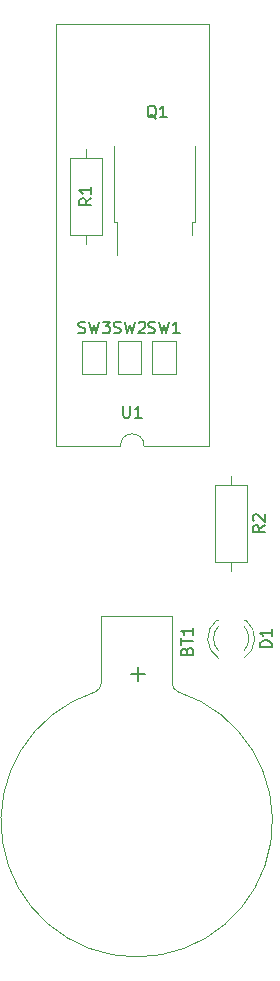
<source format=gbr>
%TF.GenerationSoftware,KiCad,Pcbnew,7.0.8*%
%TF.CreationDate,2023-10-22T16:51:36+09:00*%
%TF.ProjectId,radicon-client,72616469-636f-46e2-9d63-6c69656e742e,rev?*%
%TF.SameCoordinates,Original*%
%TF.FileFunction,Legend,Top*%
%TF.FilePolarity,Positive*%
%FSLAX46Y46*%
G04 Gerber Fmt 4.6, Leading zero omitted, Abs format (unit mm)*
G04 Created by KiCad (PCBNEW 7.0.8) date 2023-10-22 16:51:36*
%MOMM*%
%LPD*%
G01*
G04 APERTURE LIST*
%ADD10C,0.150000*%
%ADD11C,0.120000*%
G04 APERTURE END LIST*
D10*
X139066667Y-89857200D02*
X139209524Y-89904819D01*
X139209524Y-89904819D02*
X139447619Y-89904819D01*
X139447619Y-89904819D02*
X139542857Y-89857200D01*
X139542857Y-89857200D02*
X139590476Y-89809580D01*
X139590476Y-89809580D02*
X139638095Y-89714342D01*
X139638095Y-89714342D02*
X139638095Y-89619104D01*
X139638095Y-89619104D02*
X139590476Y-89523866D01*
X139590476Y-89523866D02*
X139542857Y-89476247D01*
X139542857Y-89476247D02*
X139447619Y-89428628D01*
X139447619Y-89428628D02*
X139257143Y-89381009D01*
X139257143Y-89381009D02*
X139161905Y-89333390D01*
X139161905Y-89333390D02*
X139114286Y-89285771D01*
X139114286Y-89285771D02*
X139066667Y-89190533D01*
X139066667Y-89190533D02*
X139066667Y-89095295D01*
X139066667Y-89095295D02*
X139114286Y-89000057D01*
X139114286Y-89000057D02*
X139161905Y-88952438D01*
X139161905Y-88952438D02*
X139257143Y-88904819D01*
X139257143Y-88904819D02*
X139495238Y-88904819D01*
X139495238Y-88904819D02*
X139638095Y-88952438D01*
X139971429Y-88904819D02*
X140209524Y-89904819D01*
X140209524Y-89904819D02*
X140400000Y-89190533D01*
X140400000Y-89190533D02*
X140590476Y-89904819D01*
X140590476Y-89904819D02*
X140828572Y-88904819D01*
X141114286Y-88904819D02*
X141733333Y-88904819D01*
X141733333Y-88904819D02*
X141400000Y-89285771D01*
X141400000Y-89285771D02*
X141542857Y-89285771D01*
X141542857Y-89285771D02*
X141638095Y-89333390D01*
X141638095Y-89333390D02*
X141685714Y-89381009D01*
X141685714Y-89381009D02*
X141733333Y-89476247D01*
X141733333Y-89476247D02*
X141733333Y-89714342D01*
X141733333Y-89714342D02*
X141685714Y-89809580D01*
X141685714Y-89809580D02*
X141638095Y-89857200D01*
X141638095Y-89857200D02*
X141542857Y-89904819D01*
X141542857Y-89904819D02*
X141257143Y-89904819D01*
X141257143Y-89904819D02*
X141161905Y-89857200D01*
X141161905Y-89857200D02*
X141114286Y-89809580D01*
X142066667Y-89857200D02*
X142209524Y-89904819D01*
X142209524Y-89904819D02*
X142447619Y-89904819D01*
X142447619Y-89904819D02*
X142542857Y-89857200D01*
X142542857Y-89857200D02*
X142590476Y-89809580D01*
X142590476Y-89809580D02*
X142638095Y-89714342D01*
X142638095Y-89714342D02*
X142638095Y-89619104D01*
X142638095Y-89619104D02*
X142590476Y-89523866D01*
X142590476Y-89523866D02*
X142542857Y-89476247D01*
X142542857Y-89476247D02*
X142447619Y-89428628D01*
X142447619Y-89428628D02*
X142257143Y-89381009D01*
X142257143Y-89381009D02*
X142161905Y-89333390D01*
X142161905Y-89333390D02*
X142114286Y-89285771D01*
X142114286Y-89285771D02*
X142066667Y-89190533D01*
X142066667Y-89190533D02*
X142066667Y-89095295D01*
X142066667Y-89095295D02*
X142114286Y-89000057D01*
X142114286Y-89000057D02*
X142161905Y-88952438D01*
X142161905Y-88952438D02*
X142257143Y-88904819D01*
X142257143Y-88904819D02*
X142495238Y-88904819D01*
X142495238Y-88904819D02*
X142638095Y-88952438D01*
X142971429Y-88904819D02*
X143209524Y-89904819D01*
X143209524Y-89904819D02*
X143400000Y-89190533D01*
X143400000Y-89190533D02*
X143590476Y-89904819D01*
X143590476Y-89904819D02*
X143828572Y-88904819D01*
X144161905Y-89000057D02*
X144209524Y-88952438D01*
X144209524Y-88952438D02*
X144304762Y-88904819D01*
X144304762Y-88904819D02*
X144542857Y-88904819D01*
X144542857Y-88904819D02*
X144638095Y-88952438D01*
X144638095Y-88952438D02*
X144685714Y-89000057D01*
X144685714Y-89000057D02*
X144733333Y-89095295D01*
X144733333Y-89095295D02*
X144733333Y-89190533D01*
X144733333Y-89190533D02*
X144685714Y-89333390D01*
X144685714Y-89333390D02*
X144114286Y-89904819D01*
X144114286Y-89904819D02*
X144733333Y-89904819D01*
X144966667Y-89857200D02*
X145109524Y-89904819D01*
X145109524Y-89904819D02*
X145347619Y-89904819D01*
X145347619Y-89904819D02*
X145442857Y-89857200D01*
X145442857Y-89857200D02*
X145490476Y-89809580D01*
X145490476Y-89809580D02*
X145538095Y-89714342D01*
X145538095Y-89714342D02*
X145538095Y-89619104D01*
X145538095Y-89619104D02*
X145490476Y-89523866D01*
X145490476Y-89523866D02*
X145442857Y-89476247D01*
X145442857Y-89476247D02*
X145347619Y-89428628D01*
X145347619Y-89428628D02*
X145157143Y-89381009D01*
X145157143Y-89381009D02*
X145061905Y-89333390D01*
X145061905Y-89333390D02*
X145014286Y-89285771D01*
X145014286Y-89285771D02*
X144966667Y-89190533D01*
X144966667Y-89190533D02*
X144966667Y-89095295D01*
X144966667Y-89095295D02*
X145014286Y-89000057D01*
X145014286Y-89000057D02*
X145061905Y-88952438D01*
X145061905Y-88952438D02*
X145157143Y-88904819D01*
X145157143Y-88904819D02*
X145395238Y-88904819D01*
X145395238Y-88904819D02*
X145538095Y-88952438D01*
X145871429Y-88904819D02*
X146109524Y-89904819D01*
X146109524Y-89904819D02*
X146300000Y-89190533D01*
X146300000Y-89190533D02*
X146490476Y-89904819D01*
X146490476Y-89904819D02*
X146728572Y-88904819D01*
X147633333Y-89904819D02*
X147061905Y-89904819D01*
X147347619Y-89904819D02*
X147347619Y-88904819D01*
X147347619Y-88904819D02*
X147252381Y-89047676D01*
X147252381Y-89047676D02*
X147157143Y-89142914D01*
X147157143Y-89142914D02*
X147061905Y-89190533D01*
X154824819Y-106166666D02*
X154348628Y-106499999D01*
X154824819Y-106738094D02*
X153824819Y-106738094D01*
X153824819Y-106738094D02*
X153824819Y-106357142D01*
X153824819Y-106357142D02*
X153872438Y-106261904D01*
X153872438Y-106261904D02*
X153920057Y-106214285D01*
X153920057Y-106214285D02*
X154015295Y-106166666D01*
X154015295Y-106166666D02*
X154158152Y-106166666D01*
X154158152Y-106166666D02*
X154253390Y-106214285D01*
X154253390Y-106214285D02*
X154301009Y-106261904D01*
X154301009Y-106261904D02*
X154348628Y-106357142D01*
X154348628Y-106357142D02*
X154348628Y-106738094D01*
X153920057Y-105785713D02*
X153872438Y-105738094D01*
X153872438Y-105738094D02*
X153824819Y-105642856D01*
X153824819Y-105642856D02*
X153824819Y-105404761D01*
X153824819Y-105404761D02*
X153872438Y-105309523D01*
X153872438Y-105309523D02*
X153920057Y-105261904D01*
X153920057Y-105261904D02*
X154015295Y-105214285D01*
X154015295Y-105214285D02*
X154110533Y-105214285D01*
X154110533Y-105214285D02*
X154253390Y-105261904D01*
X154253390Y-105261904D02*
X154824819Y-105833332D01*
X154824819Y-105833332D02*
X154824819Y-105214285D01*
X155414819Y-116468094D02*
X154414819Y-116468094D01*
X154414819Y-116468094D02*
X154414819Y-116229999D01*
X154414819Y-116229999D02*
X154462438Y-116087142D01*
X154462438Y-116087142D02*
X154557676Y-115991904D01*
X154557676Y-115991904D02*
X154652914Y-115944285D01*
X154652914Y-115944285D02*
X154843390Y-115896666D01*
X154843390Y-115896666D02*
X154986247Y-115896666D01*
X154986247Y-115896666D02*
X155176723Y-115944285D01*
X155176723Y-115944285D02*
X155271961Y-115991904D01*
X155271961Y-115991904D02*
X155367200Y-116087142D01*
X155367200Y-116087142D02*
X155414819Y-116229999D01*
X155414819Y-116229999D02*
X155414819Y-116468094D01*
X155414819Y-114944285D02*
X155414819Y-115515713D01*
X155414819Y-115229999D02*
X154414819Y-115229999D01*
X154414819Y-115229999D02*
X154557676Y-115325237D01*
X154557676Y-115325237D02*
X154652914Y-115420475D01*
X154652914Y-115420475D02*
X154700533Y-115515713D01*
X145644761Y-71710057D02*
X145549523Y-71662438D01*
X145549523Y-71662438D02*
X145454285Y-71567200D01*
X145454285Y-71567200D02*
X145311428Y-71424342D01*
X145311428Y-71424342D02*
X145216190Y-71376723D01*
X145216190Y-71376723D02*
X145120952Y-71376723D01*
X145168571Y-71614819D02*
X145073333Y-71567200D01*
X145073333Y-71567200D02*
X144978095Y-71471961D01*
X144978095Y-71471961D02*
X144930476Y-71281485D01*
X144930476Y-71281485D02*
X144930476Y-70948152D01*
X144930476Y-70948152D02*
X144978095Y-70757676D01*
X144978095Y-70757676D02*
X145073333Y-70662438D01*
X145073333Y-70662438D02*
X145168571Y-70614819D01*
X145168571Y-70614819D02*
X145359047Y-70614819D01*
X145359047Y-70614819D02*
X145454285Y-70662438D01*
X145454285Y-70662438D02*
X145549523Y-70757676D01*
X145549523Y-70757676D02*
X145597142Y-70948152D01*
X145597142Y-70948152D02*
X145597142Y-71281485D01*
X145597142Y-71281485D02*
X145549523Y-71471961D01*
X145549523Y-71471961D02*
X145454285Y-71567200D01*
X145454285Y-71567200D02*
X145359047Y-71614819D01*
X145359047Y-71614819D02*
X145168571Y-71614819D01*
X146549523Y-71614819D02*
X145978095Y-71614819D01*
X146263809Y-71614819D02*
X146263809Y-70614819D01*
X146263809Y-70614819D02*
X146168571Y-70757676D01*
X146168571Y-70757676D02*
X146073333Y-70852914D01*
X146073333Y-70852914D02*
X145978095Y-70900533D01*
X148231009Y-116785714D02*
X148278628Y-116642857D01*
X148278628Y-116642857D02*
X148326247Y-116595238D01*
X148326247Y-116595238D02*
X148421485Y-116547619D01*
X148421485Y-116547619D02*
X148564342Y-116547619D01*
X148564342Y-116547619D02*
X148659580Y-116595238D01*
X148659580Y-116595238D02*
X148707200Y-116642857D01*
X148707200Y-116642857D02*
X148754819Y-116738095D01*
X148754819Y-116738095D02*
X148754819Y-117119047D01*
X148754819Y-117119047D02*
X147754819Y-117119047D01*
X147754819Y-117119047D02*
X147754819Y-116785714D01*
X147754819Y-116785714D02*
X147802438Y-116690476D01*
X147802438Y-116690476D02*
X147850057Y-116642857D01*
X147850057Y-116642857D02*
X147945295Y-116595238D01*
X147945295Y-116595238D02*
X148040533Y-116595238D01*
X148040533Y-116595238D02*
X148135771Y-116642857D01*
X148135771Y-116642857D02*
X148183390Y-116690476D01*
X148183390Y-116690476D02*
X148231009Y-116785714D01*
X148231009Y-116785714D02*
X148231009Y-117119047D01*
X147754819Y-116261904D02*
X147754819Y-115690476D01*
X148754819Y-115976190D02*
X147754819Y-115976190D01*
X148754819Y-114833333D02*
X148754819Y-115404761D01*
X148754819Y-115119047D02*
X147754819Y-115119047D01*
X147754819Y-115119047D02*
X147897676Y-115214285D01*
X147897676Y-115214285D02*
X147992914Y-115309523D01*
X147992914Y-115309523D02*
X148040533Y-115404761D01*
X144114700Y-119321428D02*
X144114700Y-118178571D01*
X144686128Y-118749999D02*
X143543271Y-118749999D01*
X140154819Y-78466666D02*
X139678628Y-78799999D01*
X140154819Y-79038094D02*
X139154819Y-79038094D01*
X139154819Y-79038094D02*
X139154819Y-78657142D01*
X139154819Y-78657142D02*
X139202438Y-78561904D01*
X139202438Y-78561904D02*
X139250057Y-78514285D01*
X139250057Y-78514285D02*
X139345295Y-78466666D01*
X139345295Y-78466666D02*
X139488152Y-78466666D01*
X139488152Y-78466666D02*
X139583390Y-78514285D01*
X139583390Y-78514285D02*
X139631009Y-78561904D01*
X139631009Y-78561904D02*
X139678628Y-78657142D01*
X139678628Y-78657142D02*
X139678628Y-79038094D01*
X140154819Y-77514285D02*
X140154819Y-78085713D01*
X140154819Y-77799999D02*
X139154819Y-77799999D01*
X139154819Y-77799999D02*
X139297676Y-77895237D01*
X139297676Y-77895237D02*
X139392914Y-77990475D01*
X139392914Y-77990475D02*
X139440533Y-78085713D01*
X142853095Y-96034819D02*
X142853095Y-96844342D01*
X142853095Y-96844342D02*
X142900714Y-96939580D01*
X142900714Y-96939580D02*
X142948333Y-96987200D01*
X142948333Y-96987200D02*
X143043571Y-97034819D01*
X143043571Y-97034819D02*
X143234047Y-97034819D01*
X143234047Y-97034819D02*
X143329285Y-96987200D01*
X143329285Y-96987200D02*
X143376904Y-96939580D01*
X143376904Y-96939580D02*
X143424523Y-96844342D01*
X143424523Y-96844342D02*
X143424523Y-96034819D01*
X144424523Y-97034819D02*
X143853095Y-97034819D01*
X144138809Y-97034819D02*
X144138809Y-96034819D01*
X144138809Y-96034819D02*
X144043571Y-96177676D01*
X144043571Y-96177676D02*
X143948333Y-96272914D01*
X143948333Y-96272914D02*
X143853095Y-96320533D01*
D11*
%TO.C,SW3*%
X141400000Y-90525000D02*
X141400000Y-93325000D01*
X141400000Y-93325000D02*
X139400000Y-93325000D01*
X139400000Y-93325000D02*
X139400000Y-90525000D01*
X139400000Y-90525000D02*
X141400000Y-90525000D01*
%TO.C,SW2*%
X144400000Y-90525000D02*
X144400000Y-93325000D01*
X144400000Y-93325000D02*
X142400000Y-93325000D01*
X142400000Y-93325000D02*
X142400000Y-90525000D01*
X142400000Y-90525000D02*
X144400000Y-90525000D01*
%TO.C,SW1*%
X147300000Y-90525000D02*
X147300000Y-93325000D01*
X147300000Y-93325000D02*
X145300000Y-93325000D01*
X145300000Y-93325000D02*
X145300000Y-90525000D01*
X145300000Y-90525000D02*
X147300000Y-90525000D01*
%TO.C,R2*%
X152000000Y-101960000D02*
X152000000Y-102730000D01*
X153370000Y-102730000D02*
X150630000Y-102730000D01*
X150630000Y-102730000D02*
X150630000Y-109270000D01*
X153370000Y-109270000D02*
X153370000Y-102730000D01*
X150630000Y-109270000D02*
X153370000Y-109270000D01*
X152000000Y-110040000D02*
X152000000Y-109270000D01*
%TO.C,D1*%
X153236000Y-114170000D02*
X153080000Y-114170000D01*
X150920000Y-114170000D02*
X150764000Y-114170000D01*
X153078608Y-117402334D02*
G75*
G03*
X153235515Y-114170001I-1078608J1672334D01*
G01*
X153079836Y-116771129D02*
G75*
G03*
X153079999Y-114689040I-1079836J1041129D01*
G01*
X150920001Y-114689040D02*
G75*
G03*
X150920164Y-116771129I1079999J-1040960D01*
G01*
X150764485Y-114170001D02*
G75*
G03*
X150921392Y-117402334I1235515J-1559999D01*
G01*
%TO.C,Q1*%
X148970000Y-74050000D02*
X148970000Y-80470000D01*
X142070000Y-74050000D02*
X142070000Y-80470000D01*
X148970000Y-80470000D02*
X148700000Y-80470000D01*
X148700000Y-80470000D02*
X148700000Y-81570000D01*
X142340000Y-80470000D02*
X142340000Y-83300000D01*
X142070000Y-80470000D02*
X142340000Y-80470000D01*
%TO.C,BT1*%
X147000000Y-113800000D02*
X147000000Y-119500000D01*
X141000000Y-113800000D02*
X147000000Y-113800000D01*
X141000000Y-113800000D02*
X141000000Y-119500000D01*
X140500000Y-120250000D02*
G75*
G03*
X141000000Y-119500000I-312500J750000D01*
G01*
X147000000Y-119500000D02*
G75*
G03*
X147500000Y-120250000I812500J0D01*
G01*
X144000000Y-142695670D02*
G75*
G03*
X147500000Y-120250001I11J11495714D01*
G01*
X140500000Y-120250000D02*
G75*
G03*
X144000000Y-142695671I3499989J-10949956D01*
G01*
%TO.C,R1*%
X139700000Y-74260000D02*
X139700000Y-75030000D01*
X141070000Y-75030000D02*
X138330000Y-75030000D01*
X138330000Y-75030000D02*
X138330000Y-81570000D01*
X141070000Y-81570000D02*
X141070000Y-75030000D01*
X138330000Y-81570000D02*
X141070000Y-81570000D01*
X139700000Y-82340000D02*
X139700000Y-81570000D01*
%TO.C,U1*%
X150080000Y-99410000D02*
X150080000Y-63730000D01*
X150080000Y-63730000D02*
X137160000Y-63730000D01*
X144620000Y-99410000D02*
X150080000Y-99410000D01*
X137160000Y-99410000D02*
X142620000Y-99410000D01*
X137160000Y-63730000D02*
X137160000Y-99410000D01*
X144620000Y-99410000D02*
G75*
G03*
X142620000Y-99410000I-1000000J0D01*
G01*
%TD*%
M02*

</source>
